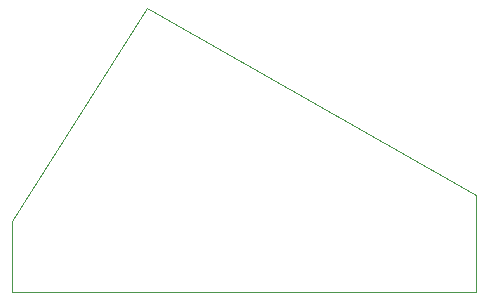
<source format=gm1>
G04 #@! TF.GenerationSoftware,KiCad,Pcbnew,(6.0.4)*
G04 #@! TF.CreationDate,2022-12-31T00:33:15-05:00*
G04 #@! TF.ProjectId,scart cable,73636172-7420-4636-9162-6c652e6b6963,rev?*
G04 #@! TF.SameCoordinates,Original*
G04 #@! TF.FileFunction,Profile,NP*
%FSLAX46Y46*%
G04 Gerber Fmt 4.6, Leading zero omitted, Abs format (unit mm)*
G04 Created by KiCad (PCBNEW (6.0.4)) date 2022-12-31 00:33:15*
%MOMM*%
%LPD*%
G01*
G04 APERTURE LIST*
G04 #@! TA.AperFunction,Profile*
%ADD10C,0.100000*%
G04 #@! TD*
G04 #@! TA.AperFunction,Profile*
%ADD11C,0.120000*%
G04 #@! TD*
G04 APERTURE END LIST*
D10*
X31779000Y-36505000D02*
X43180000Y-18415000D01*
X71029000Y-36505000D02*
X71029000Y-34290000D01*
X43180000Y-18415000D02*
X71029000Y-34290000D01*
D11*
X31779000Y-42505000D02*
X71029000Y-42505000D01*
X31779000Y-42505000D02*
X31779000Y-36505000D01*
X71029000Y-42505000D02*
X71029000Y-36505000D01*
M02*

</source>
